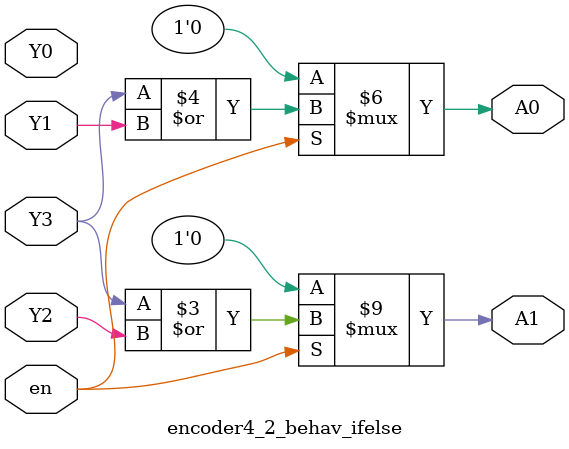
<source format=v>
`timescale 1ns / 1ps


module encoder4_2_behav_ifelse(
    input en,
    input Y3,Y2,Y1,Y0,
    output reg A1,A0
    );
    
    always @(*) begin
        if ( en == 1) begin 
            A1 = (Y3 | Y2);
            A0 = (Y3 | Y1);
        end 
        else begin
            A1 = 0;
            A0 = 0;
        end 
    end 

endmodule

</source>
